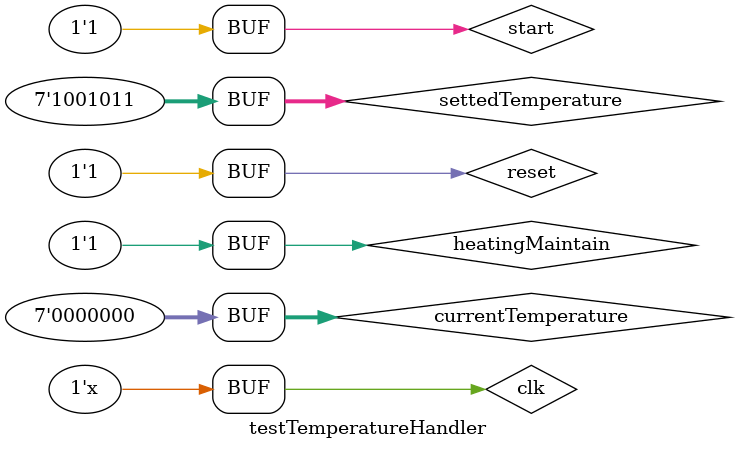
<source format=v>
`timescale 1ns / 1ps


module testTemperatureHandler;

localparam tempDelta = 7'b0000001;

reg clk = 0;
reg reset = 0;
reg start = 0;
reg heatingMaintain = 1;
reg[6:0] settedTemperature = 0;
reg[6:0] tempratureSensorData = 0;
wire[6:0] currentTemperature = 0;
wire buzzerEnable;
wire heaterEnable;

TemperatureHandler tempHandler(clk,reset,start,heatingMaintain, settedTemperature, tempratureSensorData, currentTemperature, buzzerEnable, heaterEnable);

initial begin
    settedTemperature = 7'b1001011;
    #40 start = 1;
    #1000 reset = 1;
end

always @(posedge clk) begin
    if(heaterEnable)
        tempratureSensorData <= tempratureSensorData + tempDelta;
    else if ( tempratureSensorData > 0)
       tempratureSensorData <= tempratureSensorData - tempDelta;     
 
end

always 
    #10 clk <= ~clk;
    
    
       
endmodule


</source>
